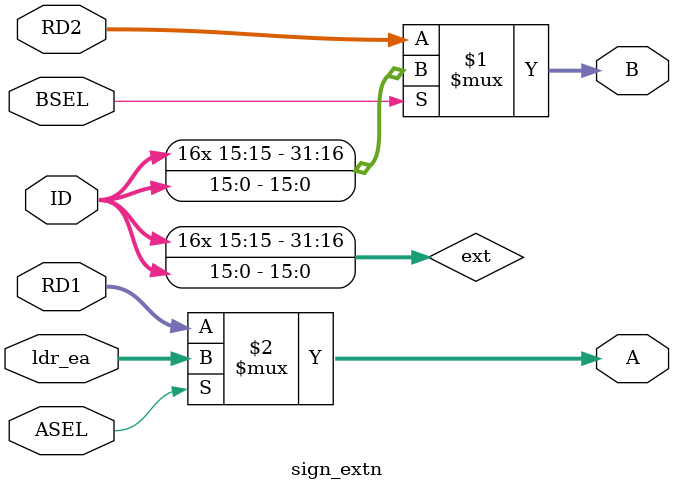
<source format=v>
`timescale 1ns / 1ps
module sign_extn(output [31:0]B,A,
                 input  [31:0]RD2,RD1,ldr_ea,
                 input  [15:0]ID,
                 input  BSEL,ASEL);
wire [31:0]ext;
assign ext = {{16{ID[15]}},ID};
assign B   = BSEL ? ext : RD2;
assign A   = ASEL ? ldr_ea : RD1;

//assign Z   = ~(RD1[0]|RD1[1]|RD1[2]|RD1[3]|RD1[4]|RD1[5]|RD1[6]|RD1[7]|
//               RD1[8]|RD1[9]|RD1[10]|RD1[11]|RD1[12]|RD1[13]|RD1[14]|RD1[15]|
//               RD1[16]|RD1[17]|RD1[18]|RD1[19]|RD1[20]|RD1[21]|RD1[22]|RD1[23]|
//               RD1[24]|RD1[25]|RD1[26]|RD1[27]|RD1[28]|RD1[29]|RD1[30]|RD1[31]);
endmodule

</source>
